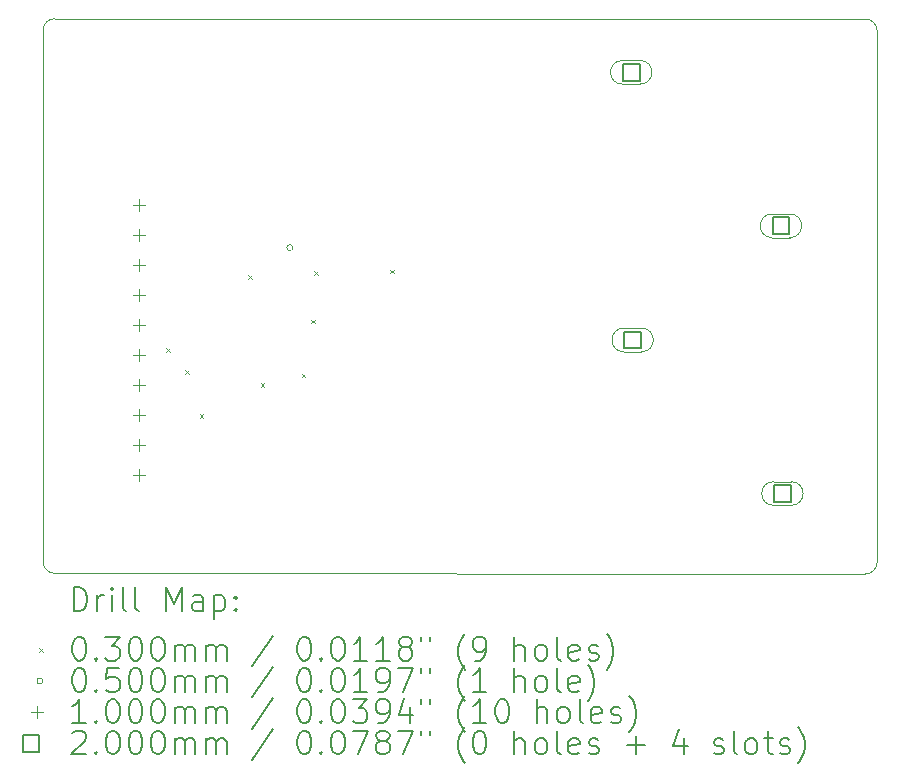
<source format=gbr>
%TF.GenerationSoftware,KiCad,Pcbnew,8.0.7*%
%TF.CreationDate,2025-03-12T19:14:53-04:00*%
%TF.ProjectId,small_hbridge,736d616c-6c5f-4686-9272-696467652e6b,rev?*%
%TF.SameCoordinates,Original*%
%TF.FileFunction,Drillmap*%
%TF.FilePolarity,Positive*%
%FSLAX45Y45*%
G04 Gerber Fmt 4.5, Leading zero omitted, Abs format (unit mm)*
G04 Created by KiCad (PCBNEW 8.0.7) date 2025-03-12 19:14:53*
%MOMM*%
%LPD*%
G01*
G04 APERTURE LIST*
%ADD10C,0.050000*%
%ADD11C,0.200000*%
%ADD12C,0.100000*%
G04 APERTURE END LIST*
D10*
X14540000Y-6307571D02*
G75*
G02*
X14640071Y-6207570I100000J1D01*
G01*
X21502571Y-6212429D02*
G75*
G02*
X21602501Y-6312429I-71J-100001D01*
G01*
X14640071Y-6207571D02*
X21502571Y-6212429D01*
X21602500Y-6312429D02*
X21602500Y-10809929D01*
X14540000Y-10805071D02*
X14540000Y-6307571D01*
X21602500Y-10809929D02*
G75*
G02*
X21502429Y-10909930I-100000J-1D01*
G01*
X21502429Y-10909929D02*
X14639929Y-10905071D01*
X14639929Y-10905071D02*
G75*
G02*
X14539999Y-10805071I71J100001D01*
G01*
D11*
D12*
X15581855Y-8997500D02*
X15611855Y-9027500D01*
X15611855Y-8997500D02*
X15581855Y-9027500D01*
X15741855Y-9187500D02*
X15771855Y-9217500D01*
X15771855Y-9187500D02*
X15741855Y-9217500D01*
X15866855Y-9557500D02*
X15896855Y-9587500D01*
X15896855Y-9557500D02*
X15866855Y-9587500D01*
X16276855Y-8380000D02*
X16306855Y-8410000D01*
X16306855Y-8380000D02*
X16276855Y-8410000D01*
X16381855Y-9297500D02*
X16411855Y-9327500D01*
X16411855Y-9297500D02*
X16381855Y-9327500D01*
X16728822Y-9214467D02*
X16758822Y-9244467D01*
X16758822Y-9214467D02*
X16728822Y-9244467D01*
X16811855Y-8757500D02*
X16841855Y-8787500D01*
X16841855Y-8757500D02*
X16811855Y-8787500D01*
X16838105Y-8348750D02*
X16868105Y-8378750D01*
X16868105Y-8348750D02*
X16838105Y-8378750D01*
X17479355Y-8332500D02*
X17509355Y-8362500D01*
X17509355Y-8332500D02*
X17479355Y-8362500D01*
X16654355Y-8147500D02*
G75*
G02*
X16604355Y-8147500I-25000J0D01*
G01*
X16604355Y-8147500D02*
G75*
G02*
X16654355Y-8147500I25000J0D01*
G01*
X15352500Y-7739500D02*
X15352500Y-7839500D01*
X15302500Y-7789500D02*
X15402500Y-7789500D01*
X15352500Y-7993500D02*
X15352500Y-8093500D01*
X15302500Y-8043500D02*
X15402500Y-8043500D01*
X15352500Y-8247500D02*
X15352500Y-8347500D01*
X15302500Y-8297500D02*
X15402500Y-8297500D01*
X15352500Y-8501500D02*
X15352500Y-8601500D01*
X15302500Y-8551500D02*
X15402500Y-8551500D01*
X15352500Y-8755500D02*
X15352500Y-8855500D01*
X15302500Y-8805500D02*
X15402500Y-8805500D01*
X15352500Y-9009500D02*
X15352500Y-9109500D01*
X15302500Y-9059500D02*
X15402500Y-9059500D01*
X15352500Y-9263500D02*
X15352500Y-9363500D01*
X15302500Y-9313500D02*
X15402500Y-9313500D01*
X15352500Y-9517500D02*
X15352500Y-9617500D01*
X15302500Y-9567500D02*
X15402500Y-9567500D01*
X15352500Y-9771500D02*
X15352500Y-9871500D01*
X15302500Y-9821500D02*
X15402500Y-9821500D01*
X15352500Y-10025500D02*
X15352500Y-10125500D01*
X15302500Y-10075500D02*
X15402500Y-10075500D01*
D11*
X19590211Y-6733211D02*
X19590211Y-6591789D01*
X19448789Y-6591789D01*
X19448789Y-6733211D01*
X19590211Y-6733211D01*
D12*
X19444500Y-6762500D02*
X19594500Y-6762500D01*
X19594500Y-6562500D02*
G75*
G02*
X19594500Y-6762500I0J-100000D01*
G01*
X19594500Y-6562500D02*
X19444500Y-6562500D01*
X19444500Y-6562500D02*
G75*
G03*
X19444500Y-6762500I0J-100000D01*
G01*
D11*
X19602561Y-8999611D02*
X19602561Y-8858189D01*
X19461139Y-8858189D01*
X19461139Y-8999611D01*
X19602561Y-8999611D01*
D12*
X19456850Y-9028900D02*
X19606850Y-9028900D01*
X19606850Y-8828900D02*
G75*
G02*
X19606850Y-9028900I0J-100000D01*
G01*
X19606850Y-8828900D02*
X19456850Y-8828900D01*
X19456850Y-8828900D02*
G75*
G03*
X19456850Y-9028900I0J-100000D01*
G01*
D11*
X20858211Y-8033211D02*
X20858211Y-7891789D01*
X20716789Y-7891789D01*
X20716789Y-8033211D01*
X20858211Y-8033211D01*
D12*
X20712500Y-8062500D02*
X20862500Y-8062500D01*
X20862500Y-7862500D02*
G75*
G02*
X20862500Y-8062500I0J-100000D01*
G01*
X20862500Y-7862500D02*
X20712500Y-7862500D01*
X20712500Y-7862500D02*
G75*
G03*
X20712500Y-8062500I0J-100000D01*
G01*
D11*
X20870561Y-10299611D02*
X20870561Y-10158189D01*
X20729139Y-10158189D01*
X20729139Y-10299611D01*
X20870561Y-10299611D01*
D12*
X20724850Y-10328900D02*
X20874850Y-10328900D01*
X20874850Y-10128900D02*
G75*
G02*
X20874850Y-10328900I0J-100000D01*
G01*
X20874850Y-10128900D02*
X20724850Y-10128900D01*
X20724850Y-10128900D02*
G75*
G03*
X20724850Y-10328900I0J-100000D01*
G01*
D11*
X14798277Y-11223914D02*
X14798277Y-11023914D01*
X14798277Y-11023914D02*
X14845896Y-11023914D01*
X14845896Y-11023914D02*
X14874467Y-11033438D01*
X14874467Y-11033438D02*
X14893515Y-11052485D01*
X14893515Y-11052485D02*
X14903039Y-11071533D01*
X14903039Y-11071533D02*
X14912562Y-11109628D01*
X14912562Y-11109628D02*
X14912562Y-11138200D01*
X14912562Y-11138200D02*
X14903039Y-11176295D01*
X14903039Y-11176295D02*
X14893515Y-11195342D01*
X14893515Y-11195342D02*
X14874467Y-11214390D01*
X14874467Y-11214390D02*
X14845896Y-11223914D01*
X14845896Y-11223914D02*
X14798277Y-11223914D01*
X14998277Y-11223914D02*
X14998277Y-11090580D01*
X14998277Y-11128676D02*
X15007801Y-11109628D01*
X15007801Y-11109628D02*
X15017324Y-11100104D01*
X15017324Y-11100104D02*
X15036372Y-11090580D01*
X15036372Y-11090580D02*
X15055420Y-11090580D01*
X15122086Y-11223914D02*
X15122086Y-11090580D01*
X15122086Y-11023914D02*
X15112562Y-11033438D01*
X15112562Y-11033438D02*
X15122086Y-11042961D01*
X15122086Y-11042961D02*
X15131610Y-11033438D01*
X15131610Y-11033438D02*
X15122086Y-11023914D01*
X15122086Y-11023914D02*
X15122086Y-11042961D01*
X15245896Y-11223914D02*
X15226848Y-11214390D01*
X15226848Y-11214390D02*
X15217324Y-11195342D01*
X15217324Y-11195342D02*
X15217324Y-11023914D01*
X15350658Y-11223914D02*
X15331610Y-11214390D01*
X15331610Y-11214390D02*
X15322086Y-11195342D01*
X15322086Y-11195342D02*
X15322086Y-11023914D01*
X15579229Y-11223914D02*
X15579229Y-11023914D01*
X15579229Y-11023914D02*
X15645896Y-11166771D01*
X15645896Y-11166771D02*
X15712562Y-11023914D01*
X15712562Y-11023914D02*
X15712562Y-11223914D01*
X15893515Y-11223914D02*
X15893515Y-11119152D01*
X15893515Y-11119152D02*
X15883991Y-11100104D01*
X15883991Y-11100104D02*
X15864943Y-11090580D01*
X15864943Y-11090580D02*
X15826848Y-11090580D01*
X15826848Y-11090580D02*
X15807801Y-11100104D01*
X15893515Y-11214390D02*
X15874467Y-11223914D01*
X15874467Y-11223914D02*
X15826848Y-11223914D01*
X15826848Y-11223914D02*
X15807801Y-11214390D01*
X15807801Y-11214390D02*
X15798277Y-11195342D01*
X15798277Y-11195342D02*
X15798277Y-11176295D01*
X15798277Y-11176295D02*
X15807801Y-11157247D01*
X15807801Y-11157247D02*
X15826848Y-11147723D01*
X15826848Y-11147723D02*
X15874467Y-11147723D01*
X15874467Y-11147723D02*
X15893515Y-11138200D01*
X15988753Y-11090580D02*
X15988753Y-11290580D01*
X15988753Y-11100104D02*
X16007801Y-11090580D01*
X16007801Y-11090580D02*
X16045896Y-11090580D01*
X16045896Y-11090580D02*
X16064943Y-11100104D01*
X16064943Y-11100104D02*
X16074467Y-11109628D01*
X16074467Y-11109628D02*
X16083991Y-11128676D01*
X16083991Y-11128676D02*
X16083991Y-11185818D01*
X16083991Y-11185818D02*
X16074467Y-11204866D01*
X16074467Y-11204866D02*
X16064943Y-11214390D01*
X16064943Y-11214390D02*
X16045896Y-11223914D01*
X16045896Y-11223914D02*
X16007801Y-11223914D01*
X16007801Y-11223914D02*
X15988753Y-11214390D01*
X16169705Y-11204866D02*
X16179229Y-11214390D01*
X16179229Y-11214390D02*
X16169705Y-11223914D01*
X16169705Y-11223914D02*
X16160182Y-11214390D01*
X16160182Y-11214390D02*
X16169705Y-11204866D01*
X16169705Y-11204866D02*
X16169705Y-11223914D01*
X16169705Y-11100104D02*
X16179229Y-11109628D01*
X16179229Y-11109628D02*
X16169705Y-11119152D01*
X16169705Y-11119152D02*
X16160182Y-11109628D01*
X16160182Y-11109628D02*
X16169705Y-11100104D01*
X16169705Y-11100104D02*
X16169705Y-11119152D01*
D12*
X14507500Y-11537430D02*
X14537500Y-11567430D01*
X14537500Y-11537430D02*
X14507500Y-11567430D01*
D11*
X14836372Y-11443914D02*
X14855420Y-11443914D01*
X14855420Y-11443914D02*
X14874467Y-11453438D01*
X14874467Y-11453438D02*
X14883991Y-11462961D01*
X14883991Y-11462961D02*
X14893515Y-11482009D01*
X14893515Y-11482009D02*
X14903039Y-11520104D01*
X14903039Y-11520104D02*
X14903039Y-11567723D01*
X14903039Y-11567723D02*
X14893515Y-11605818D01*
X14893515Y-11605818D02*
X14883991Y-11624866D01*
X14883991Y-11624866D02*
X14874467Y-11634390D01*
X14874467Y-11634390D02*
X14855420Y-11643914D01*
X14855420Y-11643914D02*
X14836372Y-11643914D01*
X14836372Y-11643914D02*
X14817324Y-11634390D01*
X14817324Y-11634390D02*
X14807801Y-11624866D01*
X14807801Y-11624866D02*
X14798277Y-11605818D01*
X14798277Y-11605818D02*
X14788753Y-11567723D01*
X14788753Y-11567723D02*
X14788753Y-11520104D01*
X14788753Y-11520104D02*
X14798277Y-11482009D01*
X14798277Y-11482009D02*
X14807801Y-11462961D01*
X14807801Y-11462961D02*
X14817324Y-11453438D01*
X14817324Y-11453438D02*
X14836372Y-11443914D01*
X14988753Y-11624866D02*
X14998277Y-11634390D01*
X14998277Y-11634390D02*
X14988753Y-11643914D01*
X14988753Y-11643914D02*
X14979229Y-11634390D01*
X14979229Y-11634390D02*
X14988753Y-11624866D01*
X14988753Y-11624866D02*
X14988753Y-11643914D01*
X15064943Y-11443914D02*
X15188753Y-11443914D01*
X15188753Y-11443914D02*
X15122086Y-11520104D01*
X15122086Y-11520104D02*
X15150658Y-11520104D01*
X15150658Y-11520104D02*
X15169705Y-11529628D01*
X15169705Y-11529628D02*
X15179229Y-11539152D01*
X15179229Y-11539152D02*
X15188753Y-11558199D01*
X15188753Y-11558199D02*
X15188753Y-11605818D01*
X15188753Y-11605818D02*
X15179229Y-11624866D01*
X15179229Y-11624866D02*
X15169705Y-11634390D01*
X15169705Y-11634390D02*
X15150658Y-11643914D01*
X15150658Y-11643914D02*
X15093515Y-11643914D01*
X15093515Y-11643914D02*
X15074467Y-11634390D01*
X15074467Y-11634390D02*
X15064943Y-11624866D01*
X15312562Y-11443914D02*
X15331610Y-11443914D01*
X15331610Y-11443914D02*
X15350658Y-11453438D01*
X15350658Y-11453438D02*
X15360182Y-11462961D01*
X15360182Y-11462961D02*
X15369705Y-11482009D01*
X15369705Y-11482009D02*
X15379229Y-11520104D01*
X15379229Y-11520104D02*
X15379229Y-11567723D01*
X15379229Y-11567723D02*
X15369705Y-11605818D01*
X15369705Y-11605818D02*
X15360182Y-11624866D01*
X15360182Y-11624866D02*
X15350658Y-11634390D01*
X15350658Y-11634390D02*
X15331610Y-11643914D01*
X15331610Y-11643914D02*
X15312562Y-11643914D01*
X15312562Y-11643914D02*
X15293515Y-11634390D01*
X15293515Y-11634390D02*
X15283991Y-11624866D01*
X15283991Y-11624866D02*
X15274467Y-11605818D01*
X15274467Y-11605818D02*
X15264943Y-11567723D01*
X15264943Y-11567723D02*
X15264943Y-11520104D01*
X15264943Y-11520104D02*
X15274467Y-11482009D01*
X15274467Y-11482009D02*
X15283991Y-11462961D01*
X15283991Y-11462961D02*
X15293515Y-11453438D01*
X15293515Y-11453438D02*
X15312562Y-11443914D01*
X15503039Y-11443914D02*
X15522086Y-11443914D01*
X15522086Y-11443914D02*
X15541134Y-11453438D01*
X15541134Y-11453438D02*
X15550658Y-11462961D01*
X15550658Y-11462961D02*
X15560182Y-11482009D01*
X15560182Y-11482009D02*
X15569705Y-11520104D01*
X15569705Y-11520104D02*
X15569705Y-11567723D01*
X15569705Y-11567723D02*
X15560182Y-11605818D01*
X15560182Y-11605818D02*
X15550658Y-11624866D01*
X15550658Y-11624866D02*
X15541134Y-11634390D01*
X15541134Y-11634390D02*
X15522086Y-11643914D01*
X15522086Y-11643914D02*
X15503039Y-11643914D01*
X15503039Y-11643914D02*
X15483991Y-11634390D01*
X15483991Y-11634390D02*
X15474467Y-11624866D01*
X15474467Y-11624866D02*
X15464943Y-11605818D01*
X15464943Y-11605818D02*
X15455420Y-11567723D01*
X15455420Y-11567723D02*
X15455420Y-11520104D01*
X15455420Y-11520104D02*
X15464943Y-11482009D01*
X15464943Y-11482009D02*
X15474467Y-11462961D01*
X15474467Y-11462961D02*
X15483991Y-11453438D01*
X15483991Y-11453438D02*
X15503039Y-11443914D01*
X15655420Y-11643914D02*
X15655420Y-11510580D01*
X15655420Y-11529628D02*
X15664943Y-11520104D01*
X15664943Y-11520104D02*
X15683991Y-11510580D01*
X15683991Y-11510580D02*
X15712563Y-11510580D01*
X15712563Y-11510580D02*
X15731610Y-11520104D01*
X15731610Y-11520104D02*
X15741134Y-11539152D01*
X15741134Y-11539152D02*
X15741134Y-11643914D01*
X15741134Y-11539152D02*
X15750658Y-11520104D01*
X15750658Y-11520104D02*
X15769705Y-11510580D01*
X15769705Y-11510580D02*
X15798277Y-11510580D01*
X15798277Y-11510580D02*
X15817324Y-11520104D01*
X15817324Y-11520104D02*
X15826848Y-11539152D01*
X15826848Y-11539152D02*
X15826848Y-11643914D01*
X15922086Y-11643914D02*
X15922086Y-11510580D01*
X15922086Y-11529628D02*
X15931610Y-11520104D01*
X15931610Y-11520104D02*
X15950658Y-11510580D01*
X15950658Y-11510580D02*
X15979229Y-11510580D01*
X15979229Y-11510580D02*
X15998277Y-11520104D01*
X15998277Y-11520104D02*
X16007801Y-11539152D01*
X16007801Y-11539152D02*
X16007801Y-11643914D01*
X16007801Y-11539152D02*
X16017324Y-11520104D01*
X16017324Y-11520104D02*
X16036372Y-11510580D01*
X16036372Y-11510580D02*
X16064943Y-11510580D01*
X16064943Y-11510580D02*
X16083991Y-11520104D01*
X16083991Y-11520104D02*
X16093515Y-11539152D01*
X16093515Y-11539152D02*
X16093515Y-11643914D01*
X16483991Y-11434390D02*
X16312563Y-11691533D01*
X16741134Y-11443914D02*
X16760182Y-11443914D01*
X16760182Y-11443914D02*
X16779229Y-11453438D01*
X16779229Y-11453438D02*
X16788753Y-11462961D01*
X16788753Y-11462961D02*
X16798277Y-11482009D01*
X16798277Y-11482009D02*
X16807801Y-11520104D01*
X16807801Y-11520104D02*
X16807801Y-11567723D01*
X16807801Y-11567723D02*
X16798277Y-11605818D01*
X16798277Y-11605818D02*
X16788753Y-11624866D01*
X16788753Y-11624866D02*
X16779229Y-11634390D01*
X16779229Y-11634390D02*
X16760182Y-11643914D01*
X16760182Y-11643914D02*
X16741134Y-11643914D01*
X16741134Y-11643914D02*
X16722086Y-11634390D01*
X16722086Y-11634390D02*
X16712563Y-11624866D01*
X16712563Y-11624866D02*
X16703039Y-11605818D01*
X16703039Y-11605818D02*
X16693515Y-11567723D01*
X16693515Y-11567723D02*
X16693515Y-11520104D01*
X16693515Y-11520104D02*
X16703039Y-11482009D01*
X16703039Y-11482009D02*
X16712563Y-11462961D01*
X16712563Y-11462961D02*
X16722086Y-11453438D01*
X16722086Y-11453438D02*
X16741134Y-11443914D01*
X16893515Y-11624866D02*
X16903039Y-11634390D01*
X16903039Y-11634390D02*
X16893515Y-11643914D01*
X16893515Y-11643914D02*
X16883991Y-11634390D01*
X16883991Y-11634390D02*
X16893515Y-11624866D01*
X16893515Y-11624866D02*
X16893515Y-11643914D01*
X17026848Y-11443914D02*
X17045896Y-11443914D01*
X17045896Y-11443914D02*
X17064944Y-11453438D01*
X17064944Y-11453438D02*
X17074468Y-11462961D01*
X17074468Y-11462961D02*
X17083991Y-11482009D01*
X17083991Y-11482009D02*
X17093515Y-11520104D01*
X17093515Y-11520104D02*
X17093515Y-11567723D01*
X17093515Y-11567723D02*
X17083991Y-11605818D01*
X17083991Y-11605818D02*
X17074468Y-11624866D01*
X17074468Y-11624866D02*
X17064944Y-11634390D01*
X17064944Y-11634390D02*
X17045896Y-11643914D01*
X17045896Y-11643914D02*
X17026848Y-11643914D01*
X17026848Y-11643914D02*
X17007801Y-11634390D01*
X17007801Y-11634390D02*
X16998277Y-11624866D01*
X16998277Y-11624866D02*
X16988753Y-11605818D01*
X16988753Y-11605818D02*
X16979229Y-11567723D01*
X16979229Y-11567723D02*
X16979229Y-11520104D01*
X16979229Y-11520104D02*
X16988753Y-11482009D01*
X16988753Y-11482009D02*
X16998277Y-11462961D01*
X16998277Y-11462961D02*
X17007801Y-11453438D01*
X17007801Y-11453438D02*
X17026848Y-11443914D01*
X17283991Y-11643914D02*
X17169706Y-11643914D01*
X17226848Y-11643914D02*
X17226848Y-11443914D01*
X17226848Y-11443914D02*
X17207801Y-11472485D01*
X17207801Y-11472485D02*
X17188753Y-11491533D01*
X17188753Y-11491533D02*
X17169706Y-11501057D01*
X17474468Y-11643914D02*
X17360182Y-11643914D01*
X17417325Y-11643914D02*
X17417325Y-11443914D01*
X17417325Y-11443914D02*
X17398277Y-11472485D01*
X17398277Y-11472485D02*
X17379229Y-11491533D01*
X17379229Y-11491533D02*
X17360182Y-11501057D01*
X17588753Y-11529628D02*
X17569706Y-11520104D01*
X17569706Y-11520104D02*
X17560182Y-11510580D01*
X17560182Y-11510580D02*
X17550658Y-11491533D01*
X17550658Y-11491533D02*
X17550658Y-11482009D01*
X17550658Y-11482009D02*
X17560182Y-11462961D01*
X17560182Y-11462961D02*
X17569706Y-11453438D01*
X17569706Y-11453438D02*
X17588753Y-11443914D01*
X17588753Y-11443914D02*
X17626849Y-11443914D01*
X17626849Y-11443914D02*
X17645896Y-11453438D01*
X17645896Y-11453438D02*
X17655420Y-11462961D01*
X17655420Y-11462961D02*
X17664944Y-11482009D01*
X17664944Y-11482009D02*
X17664944Y-11491533D01*
X17664944Y-11491533D02*
X17655420Y-11510580D01*
X17655420Y-11510580D02*
X17645896Y-11520104D01*
X17645896Y-11520104D02*
X17626849Y-11529628D01*
X17626849Y-11529628D02*
X17588753Y-11529628D01*
X17588753Y-11529628D02*
X17569706Y-11539152D01*
X17569706Y-11539152D02*
X17560182Y-11548676D01*
X17560182Y-11548676D02*
X17550658Y-11567723D01*
X17550658Y-11567723D02*
X17550658Y-11605818D01*
X17550658Y-11605818D02*
X17560182Y-11624866D01*
X17560182Y-11624866D02*
X17569706Y-11634390D01*
X17569706Y-11634390D02*
X17588753Y-11643914D01*
X17588753Y-11643914D02*
X17626849Y-11643914D01*
X17626849Y-11643914D02*
X17645896Y-11634390D01*
X17645896Y-11634390D02*
X17655420Y-11624866D01*
X17655420Y-11624866D02*
X17664944Y-11605818D01*
X17664944Y-11605818D02*
X17664944Y-11567723D01*
X17664944Y-11567723D02*
X17655420Y-11548676D01*
X17655420Y-11548676D02*
X17645896Y-11539152D01*
X17645896Y-11539152D02*
X17626849Y-11529628D01*
X17741134Y-11443914D02*
X17741134Y-11482009D01*
X17817325Y-11443914D02*
X17817325Y-11482009D01*
X18112563Y-11720104D02*
X18103039Y-11710580D01*
X18103039Y-11710580D02*
X18083991Y-11682009D01*
X18083991Y-11682009D02*
X18074468Y-11662961D01*
X18074468Y-11662961D02*
X18064944Y-11634390D01*
X18064944Y-11634390D02*
X18055420Y-11586771D01*
X18055420Y-11586771D02*
X18055420Y-11548676D01*
X18055420Y-11548676D02*
X18064944Y-11501057D01*
X18064944Y-11501057D02*
X18074468Y-11472485D01*
X18074468Y-11472485D02*
X18083991Y-11453438D01*
X18083991Y-11453438D02*
X18103039Y-11424866D01*
X18103039Y-11424866D02*
X18112563Y-11415342D01*
X18198277Y-11643914D02*
X18236372Y-11643914D01*
X18236372Y-11643914D02*
X18255420Y-11634390D01*
X18255420Y-11634390D02*
X18264944Y-11624866D01*
X18264944Y-11624866D02*
X18283991Y-11596295D01*
X18283991Y-11596295D02*
X18293515Y-11558199D01*
X18293515Y-11558199D02*
X18293515Y-11482009D01*
X18293515Y-11482009D02*
X18283991Y-11462961D01*
X18283991Y-11462961D02*
X18274468Y-11453438D01*
X18274468Y-11453438D02*
X18255420Y-11443914D01*
X18255420Y-11443914D02*
X18217325Y-11443914D01*
X18217325Y-11443914D02*
X18198277Y-11453438D01*
X18198277Y-11453438D02*
X18188753Y-11462961D01*
X18188753Y-11462961D02*
X18179230Y-11482009D01*
X18179230Y-11482009D02*
X18179230Y-11529628D01*
X18179230Y-11529628D02*
X18188753Y-11548676D01*
X18188753Y-11548676D02*
X18198277Y-11558199D01*
X18198277Y-11558199D02*
X18217325Y-11567723D01*
X18217325Y-11567723D02*
X18255420Y-11567723D01*
X18255420Y-11567723D02*
X18274468Y-11558199D01*
X18274468Y-11558199D02*
X18283991Y-11548676D01*
X18283991Y-11548676D02*
X18293515Y-11529628D01*
X18531611Y-11643914D02*
X18531611Y-11443914D01*
X18617325Y-11643914D02*
X18617325Y-11539152D01*
X18617325Y-11539152D02*
X18607801Y-11520104D01*
X18607801Y-11520104D02*
X18588753Y-11510580D01*
X18588753Y-11510580D02*
X18560182Y-11510580D01*
X18560182Y-11510580D02*
X18541134Y-11520104D01*
X18541134Y-11520104D02*
X18531611Y-11529628D01*
X18741134Y-11643914D02*
X18722087Y-11634390D01*
X18722087Y-11634390D02*
X18712563Y-11624866D01*
X18712563Y-11624866D02*
X18703039Y-11605818D01*
X18703039Y-11605818D02*
X18703039Y-11548676D01*
X18703039Y-11548676D02*
X18712563Y-11529628D01*
X18712563Y-11529628D02*
X18722087Y-11520104D01*
X18722087Y-11520104D02*
X18741134Y-11510580D01*
X18741134Y-11510580D02*
X18769706Y-11510580D01*
X18769706Y-11510580D02*
X18788753Y-11520104D01*
X18788753Y-11520104D02*
X18798277Y-11529628D01*
X18798277Y-11529628D02*
X18807801Y-11548676D01*
X18807801Y-11548676D02*
X18807801Y-11605818D01*
X18807801Y-11605818D02*
X18798277Y-11624866D01*
X18798277Y-11624866D02*
X18788753Y-11634390D01*
X18788753Y-11634390D02*
X18769706Y-11643914D01*
X18769706Y-11643914D02*
X18741134Y-11643914D01*
X18922087Y-11643914D02*
X18903039Y-11634390D01*
X18903039Y-11634390D02*
X18893515Y-11615342D01*
X18893515Y-11615342D02*
X18893515Y-11443914D01*
X19074468Y-11634390D02*
X19055420Y-11643914D01*
X19055420Y-11643914D02*
X19017325Y-11643914D01*
X19017325Y-11643914D02*
X18998277Y-11634390D01*
X18998277Y-11634390D02*
X18988753Y-11615342D01*
X18988753Y-11615342D02*
X18988753Y-11539152D01*
X18988753Y-11539152D02*
X18998277Y-11520104D01*
X18998277Y-11520104D02*
X19017325Y-11510580D01*
X19017325Y-11510580D02*
X19055420Y-11510580D01*
X19055420Y-11510580D02*
X19074468Y-11520104D01*
X19074468Y-11520104D02*
X19083992Y-11539152D01*
X19083992Y-11539152D02*
X19083992Y-11558199D01*
X19083992Y-11558199D02*
X18988753Y-11577247D01*
X19160182Y-11634390D02*
X19179230Y-11643914D01*
X19179230Y-11643914D02*
X19217325Y-11643914D01*
X19217325Y-11643914D02*
X19236373Y-11634390D01*
X19236373Y-11634390D02*
X19245896Y-11615342D01*
X19245896Y-11615342D02*
X19245896Y-11605818D01*
X19245896Y-11605818D02*
X19236373Y-11586771D01*
X19236373Y-11586771D02*
X19217325Y-11577247D01*
X19217325Y-11577247D02*
X19188753Y-11577247D01*
X19188753Y-11577247D02*
X19169706Y-11567723D01*
X19169706Y-11567723D02*
X19160182Y-11548676D01*
X19160182Y-11548676D02*
X19160182Y-11539152D01*
X19160182Y-11539152D02*
X19169706Y-11520104D01*
X19169706Y-11520104D02*
X19188753Y-11510580D01*
X19188753Y-11510580D02*
X19217325Y-11510580D01*
X19217325Y-11510580D02*
X19236373Y-11520104D01*
X19312563Y-11720104D02*
X19322087Y-11710580D01*
X19322087Y-11710580D02*
X19341134Y-11682009D01*
X19341134Y-11682009D02*
X19350658Y-11662961D01*
X19350658Y-11662961D02*
X19360182Y-11634390D01*
X19360182Y-11634390D02*
X19369706Y-11586771D01*
X19369706Y-11586771D02*
X19369706Y-11548676D01*
X19369706Y-11548676D02*
X19360182Y-11501057D01*
X19360182Y-11501057D02*
X19350658Y-11472485D01*
X19350658Y-11472485D02*
X19341134Y-11453438D01*
X19341134Y-11453438D02*
X19322087Y-11424866D01*
X19322087Y-11424866D02*
X19312563Y-11415342D01*
D12*
X14537500Y-11816430D02*
G75*
G02*
X14487500Y-11816430I-25000J0D01*
G01*
X14487500Y-11816430D02*
G75*
G02*
X14537500Y-11816430I25000J0D01*
G01*
D11*
X14836372Y-11707914D02*
X14855420Y-11707914D01*
X14855420Y-11707914D02*
X14874467Y-11717438D01*
X14874467Y-11717438D02*
X14883991Y-11726961D01*
X14883991Y-11726961D02*
X14893515Y-11746009D01*
X14893515Y-11746009D02*
X14903039Y-11784104D01*
X14903039Y-11784104D02*
X14903039Y-11831723D01*
X14903039Y-11831723D02*
X14893515Y-11869818D01*
X14893515Y-11869818D02*
X14883991Y-11888866D01*
X14883991Y-11888866D02*
X14874467Y-11898390D01*
X14874467Y-11898390D02*
X14855420Y-11907914D01*
X14855420Y-11907914D02*
X14836372Y-11907914D01*
X14836372Y-11907914D02*
X14817324Y-11898390D01*
X14817324Y-11898390D02*
X14807801Y-11888866D01*
X14807801Y-11888866D02*
X14798277Y-11869818D01*
X14798277Y-11869818D02*
X14788753Y-11831723D01*
X14788753Y-11831723D02*
X14788753Y-11784104D01*
X14788753Y-11784104D02*
X14798277Y-11746009D01*
X14798277Y-11746009D02*
X14807801Y-11726961D01*
X14807801Y-11726961D02*
X14817324Y-11717438D01*
X14817324Y-11717438D02*
X14836372Y-11707914D01*
X14988753Y-11888866D02*
X14998277Y-11898390D01*
X14998277Y-11898390D02*
X14988753Y-11907914D01*
X14988753Y-11907914D02*
X14979229Y-11898390D01*
X14979229Y-11898390D02*
X14988753Y-11888866D01*
X14988753Y-11888866D02*
X14988753Y-11907914D01*
X15179229Y-11707914D02*
X15083991Y-11707914D01*
X15083991Y-11707914D02*
X15074467Y-11803152D01*
X15074467Y-11803152D02*
X15083991Y-11793628D01*
X15083991Y-11793628D02*
X15103039Y-11784104D01*
X15103039Y-11784104D02*
X15150658Y-11784104D01*
X15150658Y-11784104D02*
X15169705Y-11793628D01*
X15169705Y-11793628D02*
X15179229Y-11803152D01*
X15179229Y-11803152D02*
X15188753Y-11822199D01*
X15188753Y-11822199D02*
X15188753Y-11869818D01*
X15188753Y-11869818D02*
X15179229Y-11888866D01*
X15179229Y-11888866D02*
X15169705Y-11898390D01*
X15169705Y-11898390D02*
X15150658Y-11907914D01*
X15150658Y-11907914D02*
X15103039Y-11907914D01*
X15103039Y-11907914D02*
X15083991Y-11898390D01*
X15083991Y-11898390D02*
X15074467Y-11888866D01*
X15312562Y-11707914D02*
X15331610Y-11707914D01*
X15331610Y-11707914D02*
X15350658Y-11717438D01*
X15350658Y-11717438D02*
X15360182Y-11726961D01*
X15360182Y-11726961D02*
X15369705Y-11746009D01*
X15369705Y-11746009D02*
X15379229Y-11784104D01*
X15379229Y-11784104D02*
X15379229Y-11831723D01*
X15379229Y-11831723D02*
X15369705Y-11869818D01*
X15369705Y-11869818D02*
X15360182Y-11888866D01*
X15360182Y-11888866D02*
X15350658Y-11898390D01*
X15350658Y-11898390D02*
X15331610Y-11907914D01*
X15331610Y-11907914D02*
X15312562Y-11907914D01*
X15312562Y-11907914D02*
X15293515Y-11898390D01*
X15293515Y-11898390D02*
X15283991Y-11888866D01*
X15283991Y-11888866D02*
X15274467Y-11869818D01*
X15274467Y-11869818D02*
X15264943Y-11831723D01*
X15264943Y-11831723D02*
X15264943Y-11784104D01*
X15264943Y-11784104D02*
X15274467Y-11746009D01*
X15274467Y-11746009D02*
X15283991Y-11726961D01*
X15283991Y-11726961D02*
X15293515Y-11717438D01*
X15293515Y-11717438D02*
X15312562Y-11707914D01*
X15503039Y-11707914D02*
X15522086Y-11707914D01*
X15522086Y-11707914D02*
X15541134Y-11717438D01*
X15541134Y-11717438D02*
X15550658Y-11726961D01*
X15550658Y-11726961D02*
X15560182Y-11746009D01*
X15560182Y-11746009D02*
X15569705Y-11784104D01*
X15569705Y-11784104D02*
X15569705Y-11831723D01*
X15569705Y-11831723D02*
X15560182Y-11869818D01*
X15560182Y-11869818D02*
X15550658Y-11888866D01*
X15550658Y-11888866D02*
X15541134Y-11898390D01*
X15541134Y-11898390D02*
X15522086Y-11907914D01*
X15522086Y-11907914D02*
X15503039Y-11907914D01*
X15503039Y-11907914D02*
X15483991Y-11898390D01*
X15483991Y-11898390D02*
X15474467Y-11888866D01*
X15474467Y-11888866D02*
X15464943Y-11869818D01*
X15464943Y-11869818D02*
X15455420Y-11831723D01*
X15455420Y-11831723D02*
X15455420Y-11784104D01*
X15455420Y-11784104D02*
X15464943Y-11746009D01*
X15464943Y-11746009D02*
X15474467Y-11726961D01*
X15474467Y-11726961D02*
X15483991Y-11717438D01*
X15483991Y-11717438D02*
X15503039Y-11707914D01*
X15655420Y-11907914D02*
X15655420Y-11774580D01*
X15655420Y-11793628D02*
X15664943Y-11784104D01*
X15664943Y-11784104D02*
X15683991Y-11774580D01*
X15683991Y-11774580D02*
X15712563Y-11774580D01*
X15712563Y-11774580D02*
X15731610Y-11784104D01*
X15731610Y-11784104D02*
X15741134Y-11803152D01*
X15741134Y-11803152D02*
X15741134Y-11907914D01*
X15741134Y-11803152D02*
X15750658Y-11784104D01*
X15750658Y-11784104D02*
X15769705Y-11774580D01*
X15769705Y-11774580D02*
X15798277Y-11774580D01*
X15798277Y-11774580D02*
X15817324Y-11784104D01*
X15817324Y-11784104D02*
X15826848Y-11803152D01*
X15826848Y-11803152D02*
X15826848Y-11907914D01*
X15922086Y-11907914D02*
X15922086Y-11774580D01*
X15922086Y-11793628D02*
X15931610Y-11784104D01*
X15931610Y-11784104D02*
X15950658Y-11774580D01*
X15950658Y-11774580D02*
X15979229Y-11774580D01*
X15979229Y-11774580D02*
X15998277Y-11784104D01*
X15998277Y-11784104D02*
X16007801Y-11803152D01*
X16007801Y-11803152D02*
X16007801Y-11907914D01*
X16007801Y-11803152D02*
X16017324Y-11784104D01*
X16017324Y-11784104D02*
X16036372Y-11774580D01*
X16036372Y-11774580D02*
X16064943Y-11774580D01*
X16064943Y-11774580D02*
X16083991Y-11784104D01*
X16083991Y-11784104D02*
X16093515Y-11803152D01*
X16093515Y-11803152D02*
X16093515Y-11907914D01*
X16483991Y-11698390D02*
X16312563Y-11955533D01*
X16741134Y-11707914D02*
X16760182Y-11707914D01*
X16760182Y-11707914D02*
X16779229Y-11717438D01*
X16779229Y-11717438D02*
X16788753Y-11726961D01*
X16788753Y-11726961D02*
X16798277Y-11746009D01*
X16798277Y-11746009D02*
X16807801Y-11784104D01*
X16807801Y-11784104D02*
X16807801Y-11831723D01*
X16807801Y-11831723D02*
X16798277Y-11869818D01*
X16798277Y-11869818D02*
X16788753Y-11888866D01*
X16788753Y-11888866D02*
X16779229Y-11898390D01*
X16779229Y-11898390D02*
X16760182Y-11907914D01*
X16760182Y-11907914D02*
X16741134Y-11907914D01*
X16741134Y-11907914D02*
X16722086Y-11898390D01*
X16722086Y-11898390D02*
X16712563Y-11888866D01*
X16712563Y-11888866D02*
X16703039Y-11869818D01*
X16703039Y-11869818D02*
X16693515Y-11831723D01*
X16693515Y-11831723D02*
X16693515Y-11784104D01*
X16693515Y-11784104D02*
X16703039Y-11746009D01*
X16703039Y-11746009D02*
X16712563Y-11726961D01*
X16712563Y-11726961D02*
X16722086Y-11717438D01*
X16722086Y-11717438D02*
X16741134Y-11707914D01*
X16893515Y-11888866D02*
X16903039Y-11898390D01*
X16903039Y-11898390D02*
X16893515Y-11907914D01*
X16893515Y-11907914D02*
X16883991Y-11898390D01*
X16883991Y-11898390D02*
X16893515Y-11888866D01*
X16893515Y-11888866D02*
X16893515Y-11907914D01*
X17026848Y-11707914D02*
X17045896Y-11707914D01*
X17045896Y-11707914D02*
X17064944Y-11717438D01*
X17064944Y-11717438D02*
X17074468Y-11726961D01*
X17074468Y-11726961D02*
X17083991Y-11746009D01*
X17083991Y-11746009D02*
X17093515Y-11784104D01*
X17093515Y-11784104D02*
X17093515Y-11831723D01*
X17093515Y-11831723D02*
X17083991Y-11869818D01*
X17083991Y-11869818D02*
X17074468Y-11888866D01*
X17074468Y-11888866D02*
X17064944Y-11898390D01*
X17064944Y-11898390D02*
X17045896Y-11907914D01*
X17045896Y-11907914D02*
X17026848Y-11907914D01*
X17026848Y-11907914D02*
X17007801Y-11898390D01*
X17007801Y-11898390D02*
X16998277Y-11888866D01*
X16998277Y-11888866D02*
X16988753Y-11869818D01*
X16988753Y-11869818D02*
X16979229Y-11831723D01*
X16979229Y-11831723D02*
X16979229Y-11784104D01*
X16979229Y-11784104D02*
X16988753Y-11746009D01*
X16988753Y-11746009D02*
X16998277Y-11726961D01*
X16998277Y-11726961D02*
X17007801Y-11717438D01*
X17007801Y-11717438D02*
X17026848Y-11707914D01*
X17283991Y-11907914D02*
X17169706Y-11907914D01*
X17226848Y-11907914D02*
X17226848Y-11707914D01*
X17226848Y-11707914D02*
X17207801Y-11736485D01*
X17207801Y-11736485D02*
X17188753Y-11755533D01*
X17188753Y-11755533D02*
X17169706Y-11765057D01*
X17379229Y-11907914D02*
X17417325Y-11907914D01*
X17417325Y-11907914D02*
X17436372Y-11898390D01*
X17436372Y-11898390D02*
X17445896Y-11888866D01*
X17445896Y-11888866D02*
X17464944Y-11860295D01*
X17464944Y-11860295D02*
X17474468Y-11822199D01*
X17474468Y-11822199D02*
X17474468Y-11746009D01*
X17474468Y-11746009D02*
X17464944Y-11726961D01*
X17464944Y-11726961D02*
X17455420Y-11717438D01*
X17455420Y-11717438D02*
X17436372Y-11707914D01*
X17436372Y-11707914D02*
X17398277Y-11707914D01*
X17398277Y-11707914D02*
X17379229Y-11717438D01*
X17379229Y-11717438D02*
X17369706Y-11726961D01*
X17369706Y-11726961D02*
X17360182Y-11746009D01*
X17360182Y-11746009D02*
X17360182Y-11793628D01*
X17360182Y-11793628D02*
X17369706Y-11812676D01*
X17369706Y-11812676D02*
X17379229Y-11822199D01*
X17379229Y-11822199D02*
X17398277Y-11831723D01*
X17398277Y-11831723D02*
X17436372Y-11831723D01*
X17436372Y-11831723D02*
X17455420Y-11822199D01*
X17455420Y-11822199D02*
X17464944Y-11812676D01*
X17464944Y-11812676D02*
X17474468Y-11793628D01*
X17541134Y-11707914D02*
X17674468Y-11707914D01*
X17674468Y-11707914D02*
X17588753Y-11907914D01*
X17741134Y-11707914D02*
X17741134Y-11746009D01*
X17817325Y-11707914D02*
X17817325Y-11746009D01*
X18112563Y-11984104D02*
X18103039Y-11974580D01*
X18103039Y-11974580D02*
X18083991Y-11946009D01*
X18083991Y-11946009D02*
X18074468Y-11926961D01*
X18074468Y-11926961D02*
X18064944Y-11898390D01*
X18064944Y-11898390D02*
X18055420Y-11850771D01*
X18055420Y-11850771D02*
X18055420Y-11812676D01*
X18055420Y-11812676D02*
X18064944Y-11765057D01*
X18064944Y-11765057D02*
X18074468Y-11736485D01*
X18074468Y-11736485D02*
X18083991Y-11717438D01*
X18083991Y-11717438D02*
X18103039Y-11688866D01*
X18103039Y-11688866D02*
X18112563Y-11679342D01*
X18293515Y-11907914D02*
X18179230Y-11907914D01*
X18236372Y-11907914D02*
X18236372Y-11707914D01*
X18236372Y-11707914D02*
X18217325Y-11736485D01*
X18217325Y-11736485D02*
X18198277Y-11755533D01*
X18198277Y-11755533D02*
X18179230Y-11765057D01*
X18531611Y-11907914D02*
X18531611Y-11707914D01*
X18617325Y-11907914D02*
X18617325Y-11803152D01*
X18617325Y-11803152D02*
X18607801Y-11784104D01*
X18607801Y-11784104D02*
X18588753Y-11774580D01*
X18588753Y-11774580D02*
X18560182Y-11774580D01*
X18560182Y-11774580D02*
X18541134Y-11784104D01*
X18541134Y-11784104D02*
X18531611Y-11793628D01*
X18741134Y-11907914D02*
X18722087Y-11898390D01*
X18722087Y-11898390D02*
X18712563Y-11888866D01*
X18712563Y-11888866D02*
X18703039Y-11869818D01*
X18703039Y-11869818D02*
X18703039Y-11812676D01*
X18703039Y-11812676D02*
X18712563Y-11793628D01*
X18712563Y-11793628D02*
X18722087Y-11784104D01*
X18722087Y-11784104D02*
X18741134Y-11774580D01*
X18741134Y-11774580D02*
X18769706Y-11774580D01*
X18769706Y-11774580D02*
X18788753Y-11784104D01*
X18788753Y-11784104D02*
X18798277Y-11793628D01*
X18798277Y-11793628D02*
X18807801Y-11812676D01*
X18807801Y-11812676D02*
X18807801Y-11869818D01*
X18807801Y-11869818D02*
X18798277Y-11888866D01*
X18798277Y-11888866D02*
X18788753Y-11898390D01*
X18788753Y-11898390D02*
X18769706Y-11907914D01*
X18769706Y-11907914D02*
X18741134Y-11907914D01*
X18922087Y-11907914D02*
X18903039Y-11898390D01*
X18903039Y-11898390D02*
X18893515Y-11879342D01*
X18893515Y-11879342D02*
X18893515Y-11707914D01*
X19074468Y-11898390D02*
X19055420Y-11907914D01*
X19055420Y-11907914D02*
X19017325Y-11907914D01*
X19017325Y-11907914D02*
X18998277Y-11898390D01*
X18998277Y-11898390D02*
X18988753Y-11879342D01*
X18988753Y-11879342D02*
X18988753Y-11803152D01*
X18988753Y-11803152D02*
X18998277Y-11784104D01*
X18998277Y-11784104D02*
X19017325Y-11774580D01*
X19017325Y-11774580D02*
X19055420Y-11774580D01*
X19055420Y-11774580D02*
X19074468Y-11784104D01*
X19074468Y-11784104D02*
X19083992Y-11803152D01*
X19083992Y-11803152D02*
X19083992Y-11822199D01*
X19083992Y-11822199D02*
X18988753Y-11841247D01*
X19150658Y-11984104D02*
X19160182Y-11974580D01*
X19160182Y-11974580D02*
X19179230Y-11946009D01*
X19179230Y-11946009D02*
X19188753Y-11926961D01*
X19188753Y-11926961D02*
X19198277Y-11898390D01*
X19198277Y-11898390D02*
X19207801Y-11850771D01*
X19207801Y-11850771D02*
X19207801Y-11812676D01*
X19207801Y-11812676D02*
X19198277Y-11765057D01*
X19198277Y-11765057D02*
X19188753Y-11736485D01*
X19188753Y-11736485D02*
X19179230Y-11717438D01*
X19179230Y-11717438D02*
X19160182Y-11688866D01*
X19160182Y-11688866D02*
X19150658Y-11679342D01*
D12*
X14487500Y-12030430D02*
X14487500Y-12130430D01*
X14437500Y-12080430D02*
X14537500Y-12080430D01*
D11*
X14903039Y-12171914D02*
X14788753Y-12171914D01*
X14845896Y-12171914D02*
X14845896Y-11971914D01*
X14845896Y-11971914D02*
X14826848Y-12000485D01*
X14826848Y-12000485D02*
X14807801Y-12019533D01*
X14807801Y-12019533D02*
X14788753Y-12029057D01*
X14988753Y-12152866D02*
X14998277Y-12162390D01*
X14998277Y-12162390D02*
X14988753Y-12171914D01*
X14988753Y-12171914D02*
X14979229Y-12162390D01*
X14979229Y-12162390D02*
X14988753Y-12152866D01*
X14988753Y-12152866D02*
X14988753Y-12171914D01*
X15122086Y-11971914D02*
X15141134Y-11971914D01*
X15141134Y-11971914D02*
X15160182Y-11981438D01*
X15160182Y-11981438D02*
X15169705Y-11990961D01*
X15169705Y-11990961D02*
X15179229Y-12010009D01*
X15179229Y-12010009D02*
X15188753Y-12048104D01*
X15188753Y-12048104D02*
X15188753Y-12095723D01*
X15188753Y-12095723D02*
X15179229Y-12133818D01*
X15179229Y-12133818D02*
X15169705Y-12152866D01*
X15169705Y-12152866D02*
X15160182Y-12162390D01*
X15160182Y-12162390D02*
X15141134Y-12171914D01*
X15141134Y-12171914D02*
X15122086Y-12171914D01*
X15122086Y-12171914D02*
X15103039Y-12162390D01*
X15103039Y-12162390D02*
X15093515Y-12152866D01*
X15093515Y-12152866D02*
X15083991Y-12133818D01*
X15083991Y-12133818D02*
X15074467Y-12095723D01*
X15074467Y-12095723D02*
X15074467Y-12048104D01*
X15074467Y-12048104D02*
X15083991Y-12010009D01*
X15083991Y-12010009D02*
X15093515Y-11990961D01*
X15093515Y-11990961D02*
X15103039Y-11981438D01*
X15103039Y-11981438D02*
X15122086Y-11971914D01*
X15312562Y-11971914D02*
X15331610Y-11971914D01*
X15331610Y-11971914D02*
X15350658Y-11981438D01*
X15350658Y-11981438D02*
X15360182Y-11990961D01*
X15360182Y-11990961D02*
X15369705Y-12010009D01*
X15369705Y-12010009D02*
X15379229Y-12048104D01*
X15379229Y-12048104D02*
X15379229Y-12095723D01*
X15379229Y-12095723D02*
X15369705Y-12133818D01*
X15369705Y-12133818D02*
X15360182Y-12152866D01*
X15360182Y-12152866D02*
X15350658Y-12162390D01*
X15350658Y-12162390D02*
X15331610Y-12171914D01*
X15331610Y-12171914D02*
X15312562Y-12171914D01*
X15312562Y-12171914D02*
X15293515Y-12162390D01*
X15293515Y-12162390D02*
X15283991Y-12152866D01*
X15283991Y-12152866D02*
X15274467Y-12133818D01*
X15274467Y-12133818D02*
X15264943Y-12095723D01*
X15264943Y-12095723D02*
X15264943Y-12048104D01*
X15264943Y-12048104D02*
X15274467Y-12010009D01*
X15274467Y-12010009D02*
X15283991Y-11990961D01*
X15283991Y-11990961D02*
X15293515Y-11981438D01*
X15293515Y-11981438D02*
X15312562Y-11971914D01*
X15503039Y-11971914D02*
X15522086Y-11971914D01*
X15522086Y-11971914D02*
X15541134Y-11981438D01*
X15541134Y-11981438D02*
X15550658Y-11990961D01*
X15550658Y-11990961D02*
X15560182Y-12010009D01*
X15560182Y-12010009D02*
X15569705Y-12048104D01*
X15569705Y-12048104D02*
X15569705Y-12095723D01*
X15569705Y-12095723D02*
X15560182Y-12133818D01*
X15560182Y-12133818D02*
X15550658Y-12152866D01*
X15550658Y-12152866D02*
X15541134Y-12162390D01*
X15541134Y-12162390D02*
X15522086Y-12171914D01*
X15522086Y-12171914D02*
X15503039Y-12171914D01*
X15503039Y-12171914D02*
X15483991Y-12162390D01*
X15483991Y-12162390D02*
X15474467Y-12152866D01*
X15474467Y-12152866D02*
X15464943Y-12133818D01*
X15464943Y-12133818D02*
X15455420Y-12095723D01*
X15455420Y-12095723D02*
X15455420Y-12048104D01*
X15455420Y-12048104D02*
X15464943Y-12010009D01*
X15464943Y-12010009D02*
X15474467Y-11990961D01*
X15474467Y-11990961D02*
X15483991Y-11981438D01*
X15483991Y-11981438D02*
X15503039Y-11971914D01*
X15655420Y-12171914D02*
X15655420Y-12038580D01*
X15655420Y-12057628D02*
X15664943Y-12048104D01*
X15664943Y-12048104D02*
X15683991Y-12038580D01*
X15683991Y-12038580D02*
X15712563Y-12038580D01*
X15712563Y-12038580D02*
X15731610Y-12048104D01*
X15731610Y-12048104D02*
X15741134Y-12067152D01*
X15741134Y-12067152D02*
X15741134Y-12171914D01*
X15741134Y-12067152D02*
X15750658Y-12048104D01*
X15750658Y-12048104D02*
X15769705Y-12038580D01*
X15769705Y-12038580D02*
X15798277Y-12038580D01*
X15798277Y-12038580D02*
X15817324Y-12048104D01*
X15817324Y-12048104D02*
X15826848Y-12067152D01*
X15826848Y-12067152D02*
X15826848Y-12171914D01*
X15922086Y-12171914D02*
X15922086Y-12038580D01*
X15922086Y-12057628D02*
X15931610Y-12048104D01*
X15931610Y-12048104D02*
X15950658Y-12038580D01*
X15950658Y-12038580D02*
X15979229Y-12038580D01*
X15979229Y-12038580D02*
X15998277Y-12048104D01*
X15998277Y-12048104D02*
X16007801Y-12067152D01*
X16007801Y-12067152D02*
X16007801Y-12171914D01*
X16007801Y-12067152D02*
X16017324Y-12048104D01*
X16017324Y-12048104D02*
X16036372Y-12038580D01*
X16036372Y-12038580D02*
X16064943Y-12038580D01*
X16064943Y-12038580D02*
X16083991Y-12048104D01*
X16083991Y-12048104D02*
X16093515Y-12067152D01*
X16093515Y-12067152D02*
X16093515Y-12171914D01*
X16483991Y-11962390D02*
X16312563Y-12219533D01*
X16741134Y-11971914D02*
X16760182Y-11971914D01*
X16760182Y-11971914D02*
X16779229Y-11981438D01*
X16779229Y-11981438D02*
X16788753Y-11990961D01*
X16788753Y-11990961D02*
X16798277Y-12010009D01*
X16798277Y-12010009D02*
X16807801Y-12048104D01*
X16807801Y-12048104D02*
X16807801Y-12095723D01*
X16807801Y-12095723D02*
X16798277Y-12133818D01*
X16798277Y-12133818D02*
X16788753Y-12152866D01*
X16788753Y-12152866D02*
X16779229Y-12162390D01*
X16779229Y-12162390D02*
X16760182Y-12171914D01*
X16760182Y-12171914D02*
X16741134Y-12171914D01*
X16741134Y-12171914D02*
X16722086Y-12162390D01*
X16722086Y-12162390D02*
X16712563Y-12152866D01*
X16712563Y-12152866D02*
X16703039Y-12133818D01*
X16703039Y-12133818D02*
X16693515Y-12095723D01*
X16693515Y-12095723D02*
X16693515Y-12048104D01*
X16693515Y-12048104D02*
X16703039Y-12010009D01*
X16703039Y-12010009D02*
X16712563Y-11990961D01*
X16712563Y-11990961D02*
X16722086Y-11981438D01*
X16722086Y-11981438D02*
X16741134Y-11971914D01*
X16893515Y-12152866D02*
X16903039Y-12162390D01*
X16903039Y-12162390D02*
X16893515Y-12171914D01*
X16893515Y-12171914D02*
X16883991Y-12162390D01*
X16883991Y-12162390D02*
X16893515Y-12152866D01*
X16893515Y-12152866D02*
X16893515Y-12171914D01*
X17026848Y-11971914D02*
X17045896Y-11971914D01*
X17045896Y-11971914D02*
X17064944Y-11981438D01*
X17064944Y-11981438D02*
X17074468Y-11990961D01*
X17074468Y-11990961D02*
X17083991Y-12010009D01*
X17083991Y-12010009D02*
X17093515Y-12048104D01*
X17093515Y-12048104D02*
X17093515Y-12095723D01*
X17093515Y-12095723D02*
X17083991Y-12133818D01*
X17083991Y-12133818D02*
X17074468Y-12152866D01*
X17074468Y-12152866D02*
X17064944Y-12162390D01*
X17064944Y-12162390D02*
X17045896Y-12171914D01*
X17045896Y-12171914D02*
X17026848Y-12171914D01*
X17026848Y-12171914D02*
X17007801Y-12162390D01*
X17007801Y-12162390D02*
X16998277Y-12152866D01*
X16998277Y-12152866D02*
X16988753Y-12133818D01*
X16988753Y-12133818D02*
X16979229Y-12095723D01*
X16979229Y-12095723D02*
X16979229Y-12048104D01*
X16979229Y-12048104D02*
X16988753Y-12010009D01*
X16988753Y-12010009D02*
X16998277Y-11990961D01*
X16998277Y-11990961D02*
X17007801Y-11981438D01*
X17007801Y-11981438D02*
X17026848Y-11971914D01*
X17160182Y-11971914D02*
X17283991Y-11971914D01*
X17283991Y-11971914D02*
X17217325Y-12048104D01*
X17217325Y-12048104D02*
X17245896Y-12048104D01*
X17245896Y-12048104D02*
X17264944Y-12057628D01*
X17264944Y-12057628D02*
X17274468Y-12067152D01*
X17274468Y-12067152D02*
X17283991Y-12086199D01*
X17283991Y-12086199D02*
X17283991Y-12133818D01*
X17283991Y-12133818D02*
X17274468Y-12152866D01*
X17274468Y-12152866D02*
X17264944Y-12162390D01*
X17264944Y-12162390D02*
X17245896Y-12171914D01*
X17245896Y-12171914D02*
X17188753Y-12171914D01*
X17188753Y-12171914D02*
X17169706Y-12162390D01*
X17169706Y-12162390D02*
X17160182Y-12152866D01*
X17379229Y-12171914D02*
X17417325Y-12171914D01*
X17417325Y-12171914D02*
X17436372Y-12162390D01*
X17436372Y-12162390D02*
X17445896Y-12152866D01*
X17445896Y-12152866D02*
X17464944Y-12124295D01*
X17464944Y-12124295D02*
X17474468Y-12086199D01*
X17474468Y-12086199D02*
X17474468Y-12010009D01*
X17474468Y-12010009D02*
X17464944Y-11990961D01*
X17464944Y-11990961D02*
X17455420Y-11981438D01*
X17455420Y-11981438D02*
X17436372Y-11971914D01*
X17436372Y-11971914D02*
X17398277Y-11971914D01*
X17398277Y-11971914D02*
X17379229Y-11981438D01*
X17379229Y-11981438D02*
X17369706Y-11990961D01*
X17369706Y-11990961D02*
X17360182Y-12010009D01*
X17360182Y-12010009D02*
X17360182Y-12057628D01*
X17360182Y-12057628D02*
X17369706Y-12076676D01*
X17369706Y-12076676D02*
X17379229Y-12086199D01*
X17379229Y-12086199D02*
X17398277Y-12095723D01*
X17398277Y-12095723D02*
X17436372Y-12095723D01*
X17436372Y-12095723D02*
X17455420Y-12086199D01*
X17455420Y-12086199D02*
X17464944Y-12076676D01*
X17464944Y-12076676D02*
X17474468Y-12057628D01*
X17645896Y-12038580D02*
X17645896Y-12171914D01*
X17598277Y-11962390D02*
X17550658Y-12105247D01*
X17550658Y-12105247D02*
X17674468Y-12105247D01*
X17741134Y-11971914D02*
X17741134Y-12010009D01*
X17817325Y-11971914D02*
X17817325Y-12010009D01*
X18112563Y-12248104D02*
X18103039Y-12238580D01*
X18103039Y-12238580D02*
X18083991Y-12210009D01*
X18083991Y-12210009D02*
X18074468Y-12190961D01*
X18074468Y-12190961D02*
X18064944Y-12162390D01*
X18064944Y-12162390D02*
X18055420Y-12114771D01*
X18055420Y-12114771D02*
X18055420Y-12076676D01*
X18055420Y-12076676D02*
X18064944Y-12029057D01*
X18064944Y-12029057D02*
X18074468Y-12000485D01*
X18074468Y-12000485D02*
X18083991Y-11981438D01*
X18083991Y-11981438D02*
X18103039Y-11952866D01*
X18103039Y-11952866D02*
X18112563Y-11943342D01*
X18293515Y-12171914D02*
X18179230Y-12171914D01*
X18236372Y-12171914D02*
X18236372Y-11971914D01*
X18236372Y-11971914D02*
X18217325Y-12000485D01*
X18217325Y-12000485D02*
X18198277Y-12019533D01*
X18198277Y-12019533D02*
X18179230Y-12029057D01*
X18417325Y-11971914D02*
X18436372Y-11971914D01*
X18436372Y-11971914D02*
X18455420Y-11981438D01*
X18455420Y-11981438D02*
X18464944Y-11990961D01*
X18464944Y-11990961D02*
X18474468Y-12010009D01*
X18474468Y-12010009D02*
X18483991Y-12048104D01*
X18483991Y-12048104D02*
X18483991Y-12095723D01*
X18483991Y-12095723D02*
X18474468Y-12133818D01*
X18474468Y-12133818D02*
X18464944Y-12152866D01*
X18464944Y-12152866D02*
X18455420Y-12162390D01*
X18455420Y-12162390D02*
X18436372Y-12171914D01*
X18436372Y-12171914D02*
X18417325Y-12171914D01*
X18417325Y-12171914D02*
X18398277Y-12162390D01*
X18398277Y-12162390D02*
X18388753Y-12152866D01*
X18388753Y-12152866D02*
X18379230Y-12133818D01*
X18379230Y-12133818D02*
X18369706Y-12095723D01*
X18369706Y-12095723D02*
X18369706Y-12048104D01*
X18369706Y-12048104D02*
X18379230Y-12010009D01*
X18379230Y-12010009D02*
X18388753Y-11990961D01*
X18388753Y-11990961D02*
X18398277Y-11981438D01*
X18398277Y-11981438D02*
X18417325Y-11971914D01*
X18722087Y-12171914D02*
X18722087Y-11971914D01*
X18807801Y-12171914D02*
X18807801Y-12067152D01*
X18807801Y-12067152D02*
X18798277Y-12048104D01*
X18798277Y-12048104D02*
X18779230Y-12038580D01*
X18779230Y-12038580D02*
X18750658Y-12038580D01*
X18750658Y-12038580D02*
X18731611Y-12048104D01*
X18731611Y-12048104D02*
X18722087Y-12057628D01*
X18931611Y-12171914D02*
X18912563Y-12162390D01*
X18912563Y-12162390D02*
X18903039Y-12152866D01*
X18903039Y-12152866D02*
X18893515Y-12133818D01*
X18893515Y-12133818D02*
X18893515Y-12076676D01*
X18893515Y-12076676D02*
X18903039Y-12057628D01*
X18903039Y-12057628D02*
X18912563Y-12048104D01*
X18912563Y-12048104D02*
X18931611Y-12038580D01*
X18931611Y-12038580D02*
X18960182Y-12038580D01*
X18960182Y-12038580D02*
X18979230Y-12048104D01*
X18979230Y-12048104D02*
X18988753Y-12057628D01*
X18988753Y-12057628D02*
X18998277Y-12076676D01*
X18998277Y-12076676D02*
X18998277Y-12133818D01*
X18998277Y-12133818D02*
X18988753Y-12152866D01*
X18988753Y-12152866D02*
X18979230Y-12162390D01*
X18979230Y-12162390D02*
X18960182Y-12171914D01*
X18960182Y-12171914D02*
X18931611Y-12171914D01*
X19112563Y-12171914D02*
X19093515Y-12162390D01*
X19093515Y-12162390D02*
X19083992Y-12143342D01*
X19083992Y-12143342D02*
X19083992Y-11971914D01*
X19264944Y-12162390D02*
X19245896Y-12171914D01*
X19245896Y-12171914D02*
X19207801Y-12171914D01*
X19207801Y-12171914D02*
X19188753Y-12162390D01*
X19188753Y-12162390D02*
X19179230Y-12143342D01*
X19179230Y-12143342D02*
X19179230Y-12067152D01*
X19179230Y-12067152D02*
X19188753Y-12048104D01*
X19188753Y-12048104D02*
X19207801Y-12038580D01*
X19207801Y-12038580D02*
X19245896Y-12038580D01*
X19245896Y-12038580D02*
X19264944Y-12048104D01*
X19264944Y-12048104D02*
X19274468Y-12067152D01*
X19274468Y-12067152D02*
X19274468Y-12086199D01*
X19274468Y-12086199D02*
X19179230Y-12105247D01*
X19350658Y-12162390D02*
X19369706Y-12171914D01*
X19369706Y-12171914D02*
X19407801Y-12171914D01*
X19407801Y-12171914D02*
X19426849Y-12162390D01*
X19426849Y-12162390D02*
X19436373Y-12143342D01*
X19436373Y-12143342D02*
X19436373Y-12133818D01*
X19436373Y-12133818D02*
X19426849Y-12114771D01*
X19426849Y-12114771D02*
X19407801Y-12105247D01*
X19407801Y-12105247D02*
X19379230Y-12105247D01*
X19379230Y-12105247D02*
X19360182Y-12095723D01*
X19360182Y-12095723D02*
X19350658Y-12076676D01*
X19350658Y-12076676D02*
X19350658Y-12067152D01*
X19350658Y-12067152D02*
X19360182Y-12048104D01*
X19360182Y-12048104D02*
X19379230Y-12038580D01*
X19379230Y-12038580D02*
X19407801Y-12038580D01*
X19407801Y-12038580D02*
X19426849Y-12048104D01*
X19503039Y-12248104D02*
X19512563Y-12238580D01*
X19512563Y-12238580D02*
X19531611Y-12210009D01*
X19531611Y-12210009D02*
X19541134Y-12190961D01*
X19541134Y-12190961D02*
X19550658Y-12162390D01*
X19550658Y-12162390D02*
X19560182Y-12114771D01*
X19560182Y-12114771D02*
X19560182Y-12076676D01*
X19560182Y-12076676D02*
X19550658Y-12029057D01*
X19550658Y-12029057D02*
X19541134Y-12000485D01*
X19541134Y-12000485D02*
X19531611Y-11981438D01*
X19531611Y-11981438D02*
X19512563Y-11952866D01*
X19512563Y-11952866D02*
X19503039Y-11943342D01*
X14508211Y-12415141D02*
X14508211Y-12273719D01*
X14366789Y-12273719D01*
X14366789Y-12415141D01*
X14508211Y-12415141D01*
X14788753Y-12254961D02*
X14798277Y-12245438D01*
X14798277Y-12245438D02*
X14817324Y-12235914D01*
X14817324Y-12235914D02*
X14864943Y-12235914D01*
X14864943Y-12235914D02*
X14883991Y-12245438D01*
X14883991Y-12245438D02*
X14893515Y-12254961D01*
X14893515Y-12254961D02*
X14903039Y-12274009D01*
X14903039Y-12274009D02*
X14903039Y-12293057D01*
X14903039Y-12293057D02*
X14893515Y-12321628D01*
X14893515Y-12321628D02*
X14779229Y-12435914D01*
X14779229Y-12435914D02*
X14903039Y-12435914D01*
X14988753Y-12416866D02*
X14998277Y-12426390D01*
X14998277Y-12426390D02*
X14988753Y-12435914D01*
X14988753Y-12435914D02*
X14979229Y-12426390D01*
X14979229Y-12426390D02*
X14988753Y-12416866D01*
X14988753Y-12416866D02*
X14988753Y-12435914D01*
X15122086Y-12235914D02*
X15141134Y-12235914D01*
X15141134Y-12235914D02*
X15160182Y-12245438D01*
X15160182Y-12245438D02*
X15169705Y-12254961D01*
X15169705Y-12254961D02*
X15179229Y-12274009D01*
X15179229Y-12274009D02*
X15188753Y-12312104D01*
X15188753Y-12312104D02*
X15188753Y-12359723D01*
X15188753Y-12359723D02*
X15179229Y-12397818D01*
X15179229Y-12397818D02*
X15169705Y-12416866D01*
X15169705Y-12416866D02*
X15160182Y-12426390D01*
X15160182Y-12426390D02*
X15141134Y-12435914D01*
X15141134Y-12435914D02*
X15122086Y-12435914D01*
X15122086Y-12435914D02*
X15103039Y-12426390D01*
X15103039Y-12426390D02*
X15093515Y-12416866D01*
X15093515Y-12416866D02*
X15083991Y-12397818D01*
X15083991Y-12397818D02*
X15074467Y-12359723D01*
X15074467Y-12359723D02*
X15074467Y-12312104D01*
X15074467Y-12312104D02*
X15083991Y-12274009D01*
X15083991Y-12274009D02*
X15093515Y-12254961D01*
X15093515Y-12254961D02*
X15103039Y-12245438D01*
X15103039Y-12245438D02*
X15122086Y-12235914D01*
X15312562Y-12235914D02*
X15331610Y-12235914D01*
X15331610Y-12235914D02*
X15350658Y-12245438D01*
X15350658Y-12245438D02*
X15360182Y-12254961D01*
X15360182Y-12254961D02*
X15369705Y-12274009D01*
X15369705Y-12274009D02*
X15379229Y-12312104D01*
X15379229Y-12312104D02*
X15379229Y-12359723D01*
X15379229Y-12359723D02*
X15369705Y-12397818D01*
X15369705Y-12397818D02*
X15360182Y-12416866D01*
X15360182Y-12416866D02*
X15350658Y-12426390D01*
X15350658Y-12426390D02*
X15331610Y-12435914D01*
X15331610Y-12435914D02*
X15312562Y-12435914D01*
X15312562Y-12435914D02*
X15293515Y-12426390D01*
X15293515Y-12426390D02*
X15283991Y-12416866D01*
X15283991Y-12416866D02*
X15274467Y-12397818D01*
X15274467Y-12397818D02*
X15264943Y-12359723D01*
X15264943Y-12359723D02*
X15264943Y-12312104D01*
X15264943Y-12312104D02*
X15274467Y-12274009D01*
X15274467Y-12274009D02*
X15283991Y-12254961D01*
X15283991Y-12254961D02*
X15293515Y-12245438D01*
X15293515Y-12245438D02*
X15312562Y-12235914D01*
X15503039Y-12235914D02*
X15522086Y-12235914D01*
X15522086Y-12235914D02*
X15541134Y-12245438D01*
X15541134Y-12245438D02*
X15550658Y-12254961D01*
X15550658Y-12254961D02*
X15560182Y-12274009D01*
X15560182Y-12274009D02*
X15569705Y-12312104D01*
X15569705Y-12312104D02*
X15569705Y-12359723D01*
X15569705Y-12359723D02*
X15560182Y-12397818D01*
X15560182Y-12397818D02*
X15550658Y-12416866D01*
X15550658Y-12416866D02*
X15541134Y-12426390D01*
X15541134Y-12426390D02*
X15522086Y-12435914D01*
X15522086Y-12435914D02*
X15503039Y-12435914D01*
X15503039Y-12435914D02*
X15483991Y-12426390D01*
X15483991Y-12426390D02*
X15474467Y-12416866D01*
X15474467Y-12416866D02*
X15464943Y-12397818D01*
X15464943Y-12397818D02*
X15455420Y-12359723D01*
X15455420Y-12359723D02*
X15455420Y-12312104D01*
X15455420Y-12312104D02*
X15464943Y-12274009D01*
X15464943Y-12274009D02*
X15474467Y-12254961D01*
X15474467Y-12254961D02*
X15483991Y-12245438D01*
X15483991Y-12245438D02*
X15503039Y-12235914D01*
X15655420Y-12435914D02*
X15655420Y-12302580D01*
X15655420Y-12321628D02*
X15664943Y-12312104D01*
X15664943Y-12312104D02*
X15683991Y-12302580D01*
X15683991Y-12302580D02*
X15712563Y-12302580D01*
X15712563Y-12302580D02*
X15731610Y-12312104D01*
X15731610Y-12312104D02*
X15741134Y-12331152D01*
X15741134Y-12331152D02*
X15741134Y-12435914D01*
X15741134Y-12331152D02*
X15750658Y-12312104D01*
X15750658Y-12312104D02*
X15769705Y-12302580D01*
X15769705Y-12302580D02*
X15798277Y-12302580D01*
X15798277Y-12302580D02*
X15817324Y-12312104D01*
X15817324Y-12312104D02*
X15826848Y-12331152D01*
X15826848Y-12331152D02*
X15826848Y-12435914D01*
X15922086Y-12435914D02*
X15922086Y-12302580D01*
X15922086Y-12321628D02*
X15931610Y-12312104D01*
X15931610Y-12312104D02*
X15950658Y-12302580D01*
X15950658Y-12302580D02*
X15979229Y-12302580D01*
X15979229Y-12302580D02*
X15998277Y-12312104D01*
X15998277Y-12312104D02*
X16007801Y-12331152D01*
X16007801Y-12331152D02*
X16007801Y-12435914D01*
X16007801Y-12331152D02*
X16017324Y-12312104D01*
X16017324Y-12312104D02*
X16036372Y-12302580D01*
X16036372Y-12302580D02*
X16064943Y-12302580D01*
X16064943Y-12302580D02*
X16083991Y-12312104D01*
X16083991Y-12312104D02*
X16093515Y-12331152D01*
X16093515Y-12331152D02*
X16093515Y-12435914D01*
X16483991Y-12226390D02*
X16312563Y-12483533D01*
X16741134Y-12235914D02*
X16760182Y-12235914D01*
X16760182Y-12235914D02*
X16779229Y-12245438D01*
X16779229Y-12245438D02*
X16788753Y-12254961D01*
X16788753Y-12254961D02*
X16798277Y-12274009D01*
X16798277Y-12274009D02*
X16807801Y-12312104D01*
X16807801Y-12312104D02*
X16807801Y-12359723D01*
X16807801Y-12359723D02*
X16798277Y-12397818D01*
X16798277Y-12397818D02*
X16788753Y-12416866D01*
X16788753Y-12416866D02*
X16779229Y-12426390D01*
X16779229Y-12426390D02*
X16760182Y-12435914D01*
X16760182Y-12435914D02*
X16741134Y-12435914D01*
X16741134Y-12435914D02*
X16722086Y-12426390D01*
X16722086Y-12426390D02*
X16712563Y-12416866D01*
X16712563Y-12416866D02*
X16703039Y-12397818D01*
X16703039Y-12397818D02*
X16693515Y-12359723D01*
X16693515Y-12359723D02*
X16693515Y-12312104D01*
X16693515Y-12312104D02*
X16703039Y-12274009D01*
X16703039Y-12274009D02*
X16712563Y-12254961D01*
X16712563Y-12254961D02*
X16722086Y-12245438D01*
X16722086Y-12245438D02*
X16741134Y-12235914D01*
X16893515Y-12416866D02*
X16903039Y-12426390D01*
X16903039Y-12426390D02*
X16893515Y-12435914D01*
X16893515Y-12435914D02*
X16883991Y-12426390D01*
X16883991Y-12426390D02*
X16893515Y-12416866D01*
X16893515Y-12416866D02*
X16893515Y-12435914D01*
X17026848Y-12235914D02*
X17045896Y-12235914D01*
X17045896Y-12235914D02*
X17064944Y-12245438D01*
X17064944Y-12245438D02*
X17074468Y-12254961D01*
X17074468Y-12254961D02*
X17083991Y-12274009D01*
X17083991Y-12274009D02*
X17093515Y-12312104D01*
X17093515Y-12312104D02*
X17093515Y-12359723D01*
X17093515Y-12359723D02*
X17083991Y-12397818D01*
X17083991Y-12397818D02*
X17074468Y-12416866D01*
X17074468Y-12416866D02*
X17064944Y-12426390D01*
X17064944Y-12426390D02*
X17045896Y-12435914D01*
X17045896Y-12435914D02*
X17026848Y-12435914D01*
X17026848Y-12435914D02*
X17007801Y-12426390D01*
X17007801Y-12426390D02*
X16998277Y-12416866D01*
X16998277Y-12416866D02*
X16988753Y-12397818D01*
X16988753Y-12397818D02*
X16979229Y-12359723D01*
X16979229Y-12359723D02*
X16979229Y-12312104D01*
X16979229Y-12312104D02*
X16988753Y-12274009D01*
X16988753Y-12274009D02*
X16998277Y-12254961D01*
X16998277Y-12254961D02*
X17007801Y-12245438D01*
X17007801Y-12245438D02*
X17026848Y-12235914D01*
X17160182Y-12235914D02*
X17293515Y-12235914D01*
X17293515Y-12235914D02*
X17207801Y-12435914D01*
X17398277Y-12321628D02*
X17379229Y-12312104D01*
X17379229Y-12312104D02*
X17369706Y-12302580D01*
X17369706Y-12302580D02*
X17360182Y-12283533D01*
X17360182Y-12283533D02*
X17360182Y-12274009D01*
X17360182Y-12274009D02*
X17369706Y-12254961D01*
X17369706Y-12254961D02*
X17379229Y-12245438D01*
X17379229Y-12245438D02*
X17398277Y-12235914D01*
X17398277Y-12235914D02*
X17436372Y-12235914D01*
X17436372Y-12235914D02*
X17455420Y-12245438D01*
X17455420Y-12245438D02*
X17464944Y-12254961D01*
X17464944Y-12254961D02*
X17474468Y-12274009D01*
X17474468Y-12274009D02*
X17474468Y-12283533D01*
X17474468Y-12283533D02*
X17464944Y-12302580D01*
X17464944Y-12302580D02*
X17455420Y-12312104D01*
X17455420Y-12312104D02*
X17436372Y-12321628D01*
X17436372Y-12321628D02*
X17398277Y-12321628D01*
X17398277Y-12321628D02*
X17379229Y-12331152D01*
X17379229Y-12331152D02*
X17369706Y-12340676D01*
X17369706Y-12340676D02*
X17360182Y-12359723D01*
X17360182Y-12359723D02*
X17360182Y-12397818D01*
X17360182Y-12397818D02*
X17369706Y-12416866D01*
X17369706Y-12416866D02*
X17379229Y-12426390D01*
X17379229Y-12426390D02*
X17398277Y-12435914D01*
X17398277Y-12435914D02*
X17436372Y-12435914D01*
X17436372Y-12435914D02*
X17455420Y-12426390D01*
X17455420Y-12426390D02*
X17464944Y-12416866D01*
X17464944Y-12416866D02*
X17474468Y-12397818D01*
X17474468Y-12397818D02*
X17474468Y-12359723D01*
X17474468Y-12359723D02*
X17464944Y-12340676D01*
X17464944Y-12340676D02*
X17455420Y-12331152D01*
X17455420Y-12331152D02*
X17436372Y-12321628D01*
X17541134Y-12235914D02*
X17674468Y-12235914D01*
X17674468Y-12235914D02*
X17588753Y-12435914D01*
X17741134Y-12235914D02*
X17741134Y-12274009D01*
X17817325Y-12235914D02*
X17817325Y-12274009D01*
X18112563Y-12512104D02*
X18103039Y-12502580D01*
X18103039Y-12502580D02*
X18083991Y-12474009D01*
X18083991Y-12474009D02*
X18074468Y-12454961D01*
X18074468Y-12454961D02*
X18064944Y-12426390D01*
X18064944Y-12426390D02*
X18055420Y-12378771D01*
X18055420Y-12378771D02*
X18055420Y-12340676D01*
X18055420Y-12340676D02*
X18064944Y-12293057D01*
X18064944Y-12293057D02*
X18074468Y-12264485D01*
X18074468Y-12264485D02*
X18083991Y-12245438D01*
X18083991Y-12245438D02*
X18103039Y-12216866D01*
X18103039Y-12216866D02*
X18112563Y-12207342D01*
X18226849Y-12235914D02*
X18245896Y-12235914D01*
X18245896Y-12235914D02*
X18264944Y-12245438D01*
X18264944Y-12245438D02*
X18274468Y-12254961D01*
X18274468Y-12254961D02*
X18283991Y-12274009D01*
X18283991Y-12274009D02*
X18293515Y-12312104D01*
X18293515Y-12312104D02*
X18293515Y-12359723D01*
X18293515Y-12359723D02*
X18283991Y-12397818D01*
X18283991Y-12397818D02*
X18274468Y-12416866D01*
X18274468Y-12416866D02*
X18264944Y-12426390D01*
X18264944Y-12426390D02*
X18245896Y-12435914D01*
X18245896Y-12435914D02*
X18226849Y-12435914D01*
X18226849Y-12435914D02*
X18207801Y-12426390D01*
X18207801Y-12426390D02*
X18198277Y-12416866D01*
X18198277Y-12416866D02*
X18188753Y-12397818D01*
X18188753Y-12397818D02*
X18179230Y-12359723D01*
X18179230Y-12359723D02*
X18179230Y-12312104D01*
X18179230Y-12312104D02*
X18188753Y-12274009D01*
X18188753Y-12274009D02*
X18198277Y-12254961D01*
X18198277Y-12254961D02*
X18207801Y-12245438D01*
X18207801Y-12245438D02*
X18226849Y-12235914D01*
X18531611Y-12435914D02*
X18531611Y-12235914D01*
X18617325Y-12435914D02*
X18617325Y-12331152D01*
X18617325Y-12331152D02*
X18607801Y-12312104D01*
X18607801Y-12312104D02*
X18588753Y-12302580D01*
X18588753Y-12302580D02*
X18560182Y-12302580D01*
X18560182Y-12302580D02*
X18541134Y-12312104D01*
X18541134Y-12312104D02*
X18531611Y-12321628D01*
X18741134Y-12435914D02*
X18722087Y-12426390D01*
X18722087Y-12426390D02*
X18712563Y-12416866D01*
X18712563Y-12416866D02*
X18703039Y-12397818D01*
X18703039Y-12397818D02*
X18703039Y-12340676D01*
X18703039Y-12340676D02*
X18712563Y-12321628D01*
X18712563Y-12321628D02*
X18722087Y-12312104D01*
X18722087Y-12312104D02*
X18741134Y-12302580D01*
X18741134Y-12302580D02*
X18769706Y-12302580D01*
X18769706Y-12302580D02*
X18788753Y-12312104D01*
X18788753Y-12312104D02*
X18798277Y-12321628D01*
X18798277Y-12321628D02*
X18807801Y-12340676D01*
X18807801Y-12340676D02*
X18807801Y-12397818D01*
X18807801Y-12397818D02*
X18798277Y-12416866D01*
X18798277Y-12416866D02*
X18788753Y-12426390D01*
X18788753Y-12426390D02*
X18769706Y-12435914D01*
X18769706Y-12435914D02*
X18741134Y-12435914D01*
X18922087Y-12435914D02*
X18903039Y-12426390D01*
X18903039Y-12426390D02*
X18893515Y-12407342D01*
X18893515Y-12407342D02*
X18893515Y-12235914D01*
X19074468Y-12426390D02*
X19055420Y-12435914D01*
X19055420Y-12435914D02*
X19017325Y-12435914D01*
X19017325Y-12435914D02*
X18998277Y-12426390D01*
X18998277Y-12426390D02*
X18988753Y-12407342D01*
X18988753Y-12407342D02*
X18988753Y-12331152D01*
X18988753Y-12331152D02*
X18998277Y-12312104D01*
X18998277Y-12312104D02*
X19017325Y-12302580D01*
X19017325Y-12302580D02*
X19055420Y-12302580D01*
X19055420Y-12302580D02*
X19074468Y-12312104D01*
X19074468Y-12312104D02*
X19083992Y-12331152D01*
X19083992Y-12331152D02*
X19083992Y-12350199D01*
X19083992Y-12350199D02*
X18988753Y-12369247D01*
X19160182Y-12426390D02*
X19179230Y-12435914D01*
X19179230Y-12435914D02*
X19217325Y-12435914D01*
X19217325Y-12435914D02*
X19236373Y-12426390D01*
X19236373Y-12426390D02*
X19245896Y-12407342D01*
X19245896Y-12407342D02*
X19245896Y-12397818D01*
X19245896Y-12397818D02*
X19236373Y-12378771D01*
X19236373Y-12378771D02*
X19217325Y-12369247D01*
X19217325Y-12369247D02*
X19188753Y-12369247D01*
X19188753Y-12369247D02*
X19169706Y-12359723D01*
X19169706Y-12359723D02*
X19160182Y-12340676D01*
X19160182Y-12340676D02*
X19160182Y-12331152D01*
X19160182Y-12331152D02*
X19169706Y-12312104D01*
X19169706Y-12312104D02*
X19188753Y-12302580D01*
X19188753Y-12302580D02*
X19217325Y-12302580D01*
X19217325Y-12302580D02*
X19236373Y-12312104D01*
X19483992Y-12359723D02*
X19636373Y-12359723D01*
X19560182Y-12435914D02*
X19560182Y-12283533D01*
X19969706Y-12302580D02*
X19969706Y-12435914D01*
X19922087Y-12226390D02*
X19874468Y-12369247D01*
X19874468Y-12369247D02*
X19998277Y-12369247D01*
X20217325Y-12426390D02*
X20236373Y-12435914D01*
X20236373Y-12435914D02*
X20274468Y-12435914D01*
X20274468Y-12435914D02*
X20293516Y-12426390D01*
X20293516Y-12426390D02*
X20303039Y-12407342D01*
X20303039Y-12407342D02*
X20303039Y-12397818D01*
X20303039Y-12397818D02*
X20293516Y-12378771D01*
X20293516Y-12378771D02*
X20274468Y-12369247D01*
X20274468Y-12369247D02*
X20245896Y-12369247D01*
X20245896Y-12369247D02*
X20226849Y-12359723D01*
X20226849Y-12359723D02*
X20217325Y-12340676D01*
X20217325Y-12340676D02*
X20217325Y-12331152D01*
X20217325Y-12331152D02*
X20226849Y-12312104D01*
X20226849Y-12312104D02*
X20245896Y-12302580D01*
X20245896Y-12302580D02*
X20274468Y-12302580D01*
X20274468Y-12302580D02*
X20293516Y-12312104D01*
X20417325Y-12435914D02*
X20398277Y-12426390D01*
X20398277Y-12426390D02*
X20388754Y-12407342D01*
X20388754Y-12407342D02*
X20388754Y-12235914D01*
X20522087Y-12435914D02*
X20503039Y-12426390D01*
X20503039Y-12426390D02*
X20493516Y-12416866D01*
X20493516Y-12416866D02*
X20483992Y-12397818D01*
X20483992Y-12397818D02*
X20483992Y-12340676D01*
X20483992Y-12340676D02*
X20493516Y-12321628D01*
X20493516Y-12321628D02*
X20503039Y-12312104D01*
X20503039Y-12312104D02*
X20522087Y-12302580D01*
X20522087Y-12302580D02*
X20550658Y-12302580D01*
X20550658Y-12302580D02*
X20569706Y-12312104D01*
X20569706Y-12312104D02*
X20579230Y-12321628D01*
X20579230Y-12321628D02*
X20588754Y-12340676D01*
X20588754Y-12340676D02*
X20588754Y-12397818D01*
X20588754Y-12397818D02*
X20579230Y-12416866D01*
X20579230Y-12416866D02*
X20569706Y-12426390D01*
X20569706Y-12426390D02*
X20550658Y-12435914D01*
X20550658Y-12435914D02*
X20522087Y-12435914D01*
X20645897Y-12302580D02*
X20722087Y-12302580D01*
X20674468Y-12235914D02*
X20674468Y-12407342D01*
X20674468Y-12407342D02*
X20683992Y-12426390D01*
X20683992Y-12426390D02*
X20703039Y-12435914D01*
X20703039Y-12435914D02*
X20722087Y-12435914D01*
X20779230Y-12426390D02*
X20798277Y-12435914D01*
X20798277Y-12435914D02*
X20836373Y-12435914D01*
X20836373Y-12435914D02*
X20855420Y-12426390D01*
X20855420Y-12426390D02*
X20864944Y-12407342D01*
X20864944Y-12407342D02*
X20864944Y-12397818D01*
X20864944Y-12397818D02*
X20855420Y-12378771D01*
X20855420Y-12378771D02*
X20836373Y-12369247D01*
X20836373Y-12369247D02*
X20807801Y-12369247D01*
X20807801Y-12369247D02*
X20788754Y-12359723D01*
X20788754Y-12359723D02*
X20779230Y-12340676D01*
X20779230Y-12340676D02*
X20779230Y-12331152D01*
X20779230Y-12331152D02*
X20788754Y-12312104D01*
X20788754Y-12312104D02*
X20807801Y-12302580D01*
X20807801Y-12302580D02*
X20836373Y-12302580D01*
X20836373Y-12302580D02*
X20855420Y-12312104D01*
X20931611Y-12512104D02*
X20941135Y-12502580D01*
X20941135Y-12502580D02*
X20960182Y-12474009D01*
X20960182Y-12474009D02*
X20969706Y-12454961D01*
X20969706Y-12454961D02*
X20979230Y-12426390D01*
X20979230Y-12426390D02*
X20988754Y-12378771D01*
X20988754Y-12378771D02*
X20988754Y-12340676D01*
X20988754Y-12340676D02*
X20979230Y-12293057D01*
X20979230Y-12293057D02*
X20969706Y-12264485D01*
X20969706Y-12264485D02*
X20960182Y-12245438D01*
X20960182Y-12245438D02*
X20941135Y-12216866D01*
X20941135Y-12216866D02*
X20931611Y-12207342D01*
M02*

</source>
